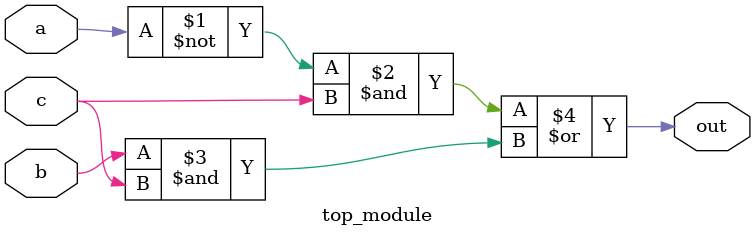
<source format=sv>
module top_module(
    input a,
    input b,
    input c,
    output out
);

    assign out = ((~a & c) | (b & c));

endmodule

</source>
